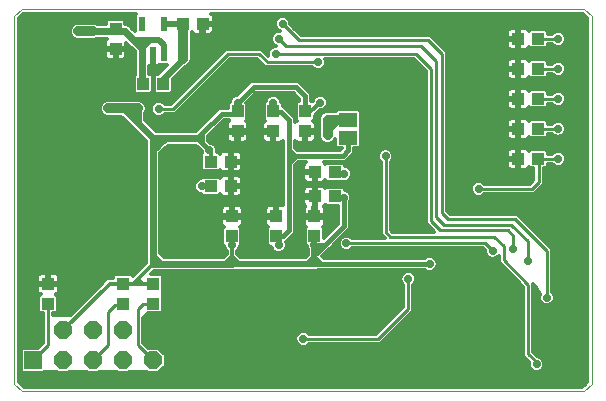
<source format=gbl>
G75*
%MOIN*%
%OFA0B0*%
%FSLAX25Y25*%
%IPPOS*%
%LPD*%
%AMOC8*
5,1,8,0,0,1.08239X$1,22.5*
%
%ADD10C,0.00000*%
%ADD11R,0.04331X0.03937*%
%ADD12R,0.03937X0.04331*%
%ADD13R,0.02165X0.04724*%
%ADD14R,0.06300X0.04600*%
%ADD15C,0.01200*%
%ADD16C,0.03562*%
%ADD17C,0.02775*%
%ADD18OC8,0.05906*%
%ADD19C,0.02000*%
%ADD20C,0.02400*%
%ADD21C,0.01600*%
%ADD22C,0.01400*%
%ADD23C,0.03200*%
%ADD24C,0.03169*%
%ADD25C,0.01000*%
%ADD26R,0.05906X0.05906*%
D10*
X0007850Y0004100D02*
X0005350Y0006600D01*
X0005350Y0129100D01*
X0007850Y0131600D01*
X0195350Y0131600D01*
X0197850Y0129100D01*
X0197850Y0006600D01*
X0195350Y0004100D01*
X0007850Y0004100D01*
D11*
X0016600Y0033254D03*
X0016600Y0039946D03*
X0041600Y0039946D03*
X0041600Y0033254D03*
X0051600Y0033254D03*
X0051600Y0039946D03*
X0070754Y0072538D03*
X0077446Y0072538D03*
X0077446Y0080663D03*
X0070754Y0080663D03*
X0105441Y0077225D03*
X0112134Y0077225D03*
X0112134Y0069100D03*
X0105441Y0069100D03*
X0173254Y0081600D03*
X0179946Y0081600D03*
X0179946Y0091600D03*
X0173254Y0091600D03*
X0173254Y0101600D03*
X0179946Y0101600D03*
X0179946Y0111600D03*
X0173254Y0111600D03*
X0173254Y0121600D03*
X0179946Y0121600D03*
X0068071Y0126600D03*
X0061379Y0126600D03*
D12*
X0039100Y0124946D03*
X0039100Y0118254D03*
X0048254Y0106600D03*
X0054946Y0106600D03*
X0079725Y0097446D03*
X0079725Y0090754D03*
X0091600Y0090754D03*
X0091600Y0097446D03*
X0102225Y0097446D03*
X0102225Y0090754D03*
X0105350Y0062446D03*
X0105350Y0055754D03*
X0092537Y0055754D03*
X0092537Y0062446D03*
X0077850Y0062446D03*
X0077850Y0055754D03*
D13*
X0055340Y0116482D03*
X0051600Y0116482D03*
X0047860Y0116482D03*
X0047860Y0126718D03*
X0055340Y0126718D03*
D14*
X0116600Y0094600D03*
X0116600Y0088600D03*
D15*
X0112250Y0088192D02*
X0112250Y0085803D01*
X0112953Y0085100D01*
X0114459Y0085100D01*
X0113897Y0084537D01*
X0099616Y0084537D01*
X0098912Y0085241D01*
X0098912Y0087716D01*
X0098976Y0087606D01*
X0099274Y0087308D01*
X0099639Y0087097D01*
X0100046Y0086988D01*
X0101841Y0086988D01*
X0101841Y0090369D01*
X0102609Y0090369D01*
X0102609Y0086988D01*
X0104404Y0086988D01*
X0104811Y0087097D01*
X0105176Y0087308D01*
X0105474Y0087606D01*
X0105684Y0087971D01*
X0105793Y0088378D01*
X0105793Y0090369D01*
X0102609Y0090369D01*
X0102609Y0091138D01*
X0105793Y0091138D01*
X0105793Y0093130D01*
X0105684Y0093536D01*
X0105474Y0093901D01*
X0105176Y0094199D01*
X0104943Y0094334D01*
X0105393Y0094784D01*
X0105393Y0095973D01*
X0107183Y0097763D01*
X0107740Y0097763D01*
X0108691Y0098157D01*
X0109418Y0098884D01*
X0109812Y0099835D01*
X0109812Y0100865D01*
X0109418Y0101816D01*
X0108691Y0102543D01*
X0107740Y0102937D01*
X0106710Y0102937D01*
X0105759Y0102543D01*
X0105032Y0101816D01*
X0104638Y0100865D01*
X0104638Y0100812D01*
X0104225Y0100812D01*
X0104225Y0103366D01*
X0103053Y0104537D01*
X0099928Y0107662D01*
X0084209Y0107662D01*
X0083038Y0106491D01*
X0079484Y0102937D01*
X0079210Y0102937D01*
X0078259Y0102543D01*
X0077532Y0101816D01*
X0077138Y0100865D01*
X0077138Y0100690D01*
X0076556Y0100109D01*
X0076556Y0098618D01*
X0073584Y0098618D01*
X0072413Y0097446D01*
X0067169Y0092203D01*
X0065997Y0091031D01*
X0065841Y0090875D01*
X0052594Y0090875D01*
X0049000Y0094469D01*
X0049000Y0096952D01*
X0049400Y0097918D01*
X0049400Y0099032D01*
X0048974Y0100061D01*
X0048186Y0100849D01*
X0047157Y0101275D01*
X0036043Y0101275D01*
X0035014Y0100849D01*
X0034226Y0100061D01*
X0033800Y0099032D01*
X0033800Y0097918D01*
X0034226Y0096889D01*
X0035014Y0096101D01*
X0036043Y0095675D01*
X0041006Y0095675D01*
X0042222Y0094459D01*
X0042897Y0093784D01*
X0044565Y0092116D01*
X0045241Y0091440D01*
X0049200Y0087481D01*
X0049200Y0046887D01*
X0045813Y0043500D01*
X0044845Y0042532D01*
X0044262Y0043115D01*
X0038938Y0043115D01*
X0038235Y0042412D01*
X0038235Y0041846D01*
X0036347Y0041846D01*
X0024075Y0029575D01*
X0018300Y0029575D01*
X0018300Y0030085D01*
X0019262Y0030085D01*
X0019965Y0030788D01*
X0019965Y0035719D01*
X0019262Y0036422D01*
X0019141Y0036422D01*
X0019383Y0036487D01*
X0019748Y0036698D01*
X0020046Y0036996D01*
X0020256Y0037360D01*
X0020365Y0037767D01*
X0020365Y0039562D01*
X0016984Y0039562D01*
X0016984Y0040331D01*
X0016216Y0040331D01*
X0016216Y0043515D01*
X0014224Y0043515D01*
X0013817Y0043406D01*
X0013452Y0043195D01*
X0013154Y0042897D01*
X0012944Y0042533D01*
X0012835Y0042126D01*
X0012835Y0040331D01*
X0016216Y0040331D01*
X0016216Y0039562D01*
X0012835Y0039562D01*
X0012835Y0037767D01*
X0012944Y0037360D01*
X0013154Y0036996D01*
X0013452Y0036698D01*
X0013817Y0036487D01*
X0014059Y0036422D01*
X0013938Y0036422D01*
X0013235Y0035719D01*
X0013235Y0030788D01*
X0013938Y0030085D01*
X0014900Y0030085D01*
X0014900Y0020117D01*
X0013349Y0018565D01*
X0008150Y0018565D01*
X0007447Y0017862D01*
X0007447Y0010963D01*
X0008150Y0010260D01*
X0015050Y0010260D01*
X0015290Y0010500D01*
X0019640Y0010500D01*
X0019880Y0010260D01*
X0023320Y0010260D01*
X0023560Y0010500D01*
X0029640Y0010500D01*
X0029880Y0010260D01*
X0033320Y0010260D01*
X0033560Y0010500D01*
X0039640Y0010500D01*
X0039880Y0010260D01*
X0043320Y0010260D01*
X0043560Y0010500D01*
X0049640Y0010500D01*
X0049880Y0010260D01*
X0053320Y0010260D01*
X0055753Y0012692D01*
X0055753Y0016133D01*
X0053320Y0018565D01*
X0049880Y0018565D01*
X0049866Y0018551D01*
X0048300Y0020117D01*
X0048300Y0028619D01*
X0049766Y0030085D01*
X0054262Y0030085D01*
X0054965Y0030788D01*
X0054965Y0035719D01*
X0054887Y0035797D01*
X0054887Y0037403D01*
X0054965Y0037481D01*
X0054965Y0042412D01*
X0054262Y0043115D01*
X0050802Y0043115D01*
X0051887Y0044200D01*
X0078327Y0044200D01*
X0078810Y0044400D01*
X0106261Y0044400D01*
X0106461Y0044600D01*
X0142128Y0044600D01*
X0142322Y0044407D01*
X0143273Y0044013D01*
X0144302Y0044013D01*
X0145253Y0044407D01*
X0145981Y0045134D01*
X0146375Y0046085D01*
X0146375Y0047115D01*
X0145981Y0048066D01*
X0145253Y0048793D01*
X0144302Y0049187D01*
X0143273Y0049187D01*
X0142322Y0048793D01*
X0142128Y0048600D01*
X0108396Y0048600D01*
X0107881Y0049115D01*
X0109537Y0050772D01*
X0110787Y0052022D01*
X0115866Y0057100D01*
X0117037Y0058272D01*
X0117037Y0067067D01*
X0117231Y0067260D01*
X0117625Y0068211D01*
X0117625Y0069241D01*
X0117231Y0070192D01*
X0116503Y0070919D01*
X0115552Y0071313D01*
X0115499Y0071313D01*
X0115499Y0071566D01*
X0114796Y0072268D01*
X0109472Y0072268D01*
X0109021Y0071818D01*
X0108887Y0072051D01*
X0108589Y0072349D01*
X0108224Y0072559D01*
X0107817Y0072668D01*
X0105825Y0072668D01*
X0105825Y0069484D01*
X0105057Y0069484D01*
X0105057Y0068716D01*
X0101676Y0068716D01*
X0101676Y0066921D01*
X0101785Y0066514D01*
X0101995Y0066149D01*
X0102293Y0065851D01*
X0102334Y0065827D01*
X0102101Y0065594D01*
X0101891Y0065229D01*
X0101781Y0064822D01*
X0101781Y0062831D01*
X0104966Y0062831D01*
X0104966Y0065531D01*
X0105057Y0065531D01*
X0105057Y0068716D01*
X0105825Y0068716D01*
X0105825Y0066212D01*
X0105734Y0066212D01*
X0105734Y0062831D01*
X0104966Y0062831D01*
X0104966Y0062062D01*
X0101781Y0062062D01*
X0101781Y0060070D01*
X0101891Y0059664D01*
X0102101Y0059299D01*
X0102399Y0059001D01*
X0102632Y0058866D01*
X0102181Y0058416D01*
X0102181Y0053091D01*
X0102763Y0052510D01*
X0102763Y0052335D01*
X0103150Y0051400D01*
X0103150Y0049446D01*
X0102504Y0048800D01*
X0080504Y0048800D01*
X0079650Y0049776D01*
X0079650Y0050991D01*
X0080043Y0051384D01*
X0080437Y0052335D01*
X0080437Y0052510D01*
X0081018Y0053091D01*
X0081018Y0058416D01*
X0080568Y0058866D01*
X0080801Y0059001D01*
X0081099Y0059299D01*
X0081309Y0059664D01*
X0081418Y0060070D01*
X0081418Y0062062D01*
X0078234Y0062062D01*
X0078234Y0062831D01*
X0077466Y0062831D01*
X0077466Y0066212D01*
X0075671Y0066212D01*
X0075264Y0066103D01*
X0074899Y0065892D01*
X0074601Y0065594D01*
X0074391Y0065229D01*
X0074281Y0064822D01*
X0074281Y0062831D01*
X0077466Y0062831D01*
X0077466Y0062062D01*
X0074281Y0062062D01*
X0074281Y0060070D01*
X0074391Y0059664D01*
X0074601Y0059299D01*
X0074899Y0059001D01*
X0075132Y0058866D01*
X0074681Y0058416D01*
X0074681Y0053091D01*
X0075263Y0052510D01*
X0075263Y0052335D01*
X0075657Y0051384D01*
X0076050Y0050991D01*
X0076050Y0049846D01*
X0075204Y0049000D01*
X0055094Y0049000D01*
X0054000Y0050094D01*
X0054000Y0083418D01*
X0056657Y0086075D01*
X0065841Y0086075D01*
X0065997Y0085919D01*
X0067169Y0084747D01*
X0067710Y0084207D01*
X0067710Y0083933D01*
X0067851Y0083591D01*
X0067388Y0083128D01*
X0067388Y0078197D01*
X0068091Y0077494D01*
X0073416Y0077494D01*
X0073866Y0077944D01*
X0074001Y0077712D01*
X0074299Y0077414D01*
X0074664Y0077203D01*
X0075070Y0077094D01*
X0077062Y0077094D01*
X0077062Y0080278D01*
X0077831Y0080278D01*
X0077831Y0081047D01*
X0081212Y0081047D01*
X0081212Y0082842D01*
X0081103Y0083249D01*
X0080892Y0083613D01*
X0080594Y0083911D01*
X0080229Y0084122D01*
X0079822Y0084231D01*
X0077831Y0084231D01*
X0077831Y0081047D01*
X0077062Y0081047D01*
X0077062Y0084231D01*
X0075070Y0084231D01*
X0074664Y0084122D01*
X0074299Y0083911D01*
X0074001Y0083613D01*
X0073866Y0083381D01*
X0073416Y0083831D01*
X0072842Y0083831D01*
X0072885Y0083933D01*
X0072885Y0084962D01*
X0072491Y0085913D01*
X0071763Y0086641D01*
X0070812Y0087035D01*
X0070538Y0087035D01*
X0069997Y0087576D01*
X0069997Y0089374D01*
X0075241Y0094618D01*
X0076723Y0094618D01*
X0077007Y0094334D01*
X0076774Y0094199D01*
X0076476Y0093901D01*
X0076266Y0093536D01*
X0076156Y0093130D01*
X0076156Y0091138D01*
X0079341Y0091138D01*
X0079341Y0090369D01*
X0080109Y0090369D01*
X0080109Y0086988D01*
X0081904Y0086988D01*
X0082311Y0087097D01*
X0082676Y0087308D01*
X0082974Y0087606D01*
X0083184Y0087971D01*
X0083293Y0088378D01*
X0083293Y0090369D01*
X0080109Y0090369D01*
X0080109Y0091138D01*
X0083293Y0091138D01*
X0083293Y0093130D01*
X0083184Y0093536D01*
X0082974Y0093901D01*
X0082676Y0094199D01*
X0082443Y0094334D01*
X0082893Y0094784D01*
X0082893Y0100109D01*
X0082603Y0100399D01*
X0085866Y0103662D01*
X0098272Y0103662D01*
X0100225Y0101709D01*
X0100225Y0100812D01*
X0099759Y0100812D01*
X0099056Y0100109D01*
X0099056Y0094784D01*
X0099507Y0094334D01*
X0099274Y0094199D01*
X0098976Y0093901D01*
X0098912Y0093791D01*
X0098912Y0095241D01*
X0096100Y0098053D01*
X0094928Y0099225D01*
X0094768Y0099225D01*
X0094768Y0100109D01*
X0094187Y0100690D01*
X0094187Y0100865D01*
X0093793Y0101816D01*
X0093066Y0102543D01*
X0092115Y0102937D01*
X0091085Y0102937D01*
X0090134Y0102543D01*
X0089407Y0101816D01*
X0089013Y0100865D01*
X0089013Y0100690D01*
X0088431Y0100109D01*
X0088431Y0094784D01*
X0088882Y0094334D01*
X0088649Y0094199D01*
X0088351Y0093901D01*
X0088141Y0093536D01*
X0088031Y0093130D01*
X0088031Y0091138D01*
X0091216Y0091138D01*
X0091216Y0090369D01*
X0091984Y0090369D01*
X0091984Y0086988D01*
X0093779Y0086988D01*
X0094186Y0087097D01*
X0094551Y0087308D01*
X0094849Y0087606D01*
X0094912Y0087716D01*
X0094912Y0066159D01*
X0094717Y0066212D01*
X0092922Y0066212D01*
X0092922Y0062831D01*
X0092153Y0062831D01*
X0092153Y0066212D01*
X0090358Y0066212D01*
X0089951Y0066103D01*
X0089587Y0065892D01*
X0089289Y0065594D01*
X0089078Y0065229D01*
X0088969Y0064822D01*
X0088969Y0062831D01*
X0092153Y0062831D01*
X0092153Y0062062D01*
X0088969Y0062062D01*
X0088969Y0060070D01*
X0089078Y0059664D01*
X0089289Y0059299D01*
X0089587Y0059001D01*
X0089819Y0058866D01*
X0089369Y0058416D01*
X0089369Y0053091D01*
X0090072Y0052388D01*
X0090888Y0052388D01*
X0090888Y0052335D01*
X0091282Y0051384D01*
X0092009Y0050657D01*
X0092960Y0050263D01*
X0093990Y0050263D01*
X0094941Y0050657D01*
X0095668Y0051384D01*
X0096062Y0052335D01*
X0096062Y0053365D01*
X0095826Y0053935D01*
X0098912Y0057022D01*
X0098912Y0079522D01*
X0099616Y0080225D01*
X0099928Y0080538D01*
X0102404Y0080538D01*
X0102293Y0080474D01*
X0101995Y0080176D01*
X0101785Y0079811D01*
X0101676Y0079404D01*
X0101676Y0077609D01*
X0105057Y0077609D01*
X0105057Y0076841D01*
X0101676Y0076841D01*
X0101676Y0075046D01*
X0101785Y0074639D01*
X0101995Y0074274D01*
X0102293Y0073976D01*
X0102658Y0073766D01*
X0103065Y0073656D01*
X0105057Y0073656D01*
X0105057Y0076841D01*
X0105825Y0076841D01*
X0105825Y0073656D01*
X0107817Y0073656D01*
X0108224Y0073766D01*
X0108589Y0073976D01*
X0108887Y0074274D01*
X0109021Y0074507D01*
X0109472Y0074056D01*
X0114729Y0074056D01*
X0114835Y0074013D01*
X0115865Y0074013D01*
X0116816Y0074407D01*
X0117543Y0075134D01*
X0117937Y0076085D01*
X0117937Y0077115D01*
X0117543Y0078066D01*
X0116816Y0078793D01*
X0115865Y0079187D01*
X0115499Y0079187D01*
X0115499Y0079691D01*
X0114796Y0080393D01*
X0109472Y0080393D01*
X0109021Y0079943D01*
X0108887Y0080176D01*
X0108589Y0080474D01*
X0108478Y0080538D01*
X0115553Y0080538D01*
X0116725Y0081709D01*
X0118600Y0083584D01*
X0118600Y0085100D01*
X0120247Y0085100D01*
X0120950Y0085803D01*
X0120950Y0091397D01*
X0120747Y0091600D01*
X0120950Y0091803D01*
X0120950Y0097397D01*
X0120247Y0098100D01*
X0112953Y0098100D01*
X0112378Y0097525D01*
X0109168Y0097525D01*
X0108139Y0097099D01*
X0107351Y0096311D01*
X0106925Y0095282D01*
X0106925Y0088856D01*
X0107351Y0087826D01*
X0108139Y0087039D01*
X0109168Y0086612D01*
X0110282Y0086612D01*
X0111311Y0087039D01*
X0112099Y0087826D01*
X0112250Y0088192D01*
X0112250Y0087893D02*
X0112126Y0087893D01*
X0112250Y0086694D02*
X0110479Y0086694D01*
X0108971Y0086694D02*
X0098912Y0086694D01*
X0098912Y0085496D02*
X0112557Y0085496D01*
X0116916Y0081900D02*
X0126550Y0081900D01*
X0126513Y0081991D02*
X0126907Y0081040D01*
X0127400Y0080546D01*
X0127400Y0056521D01*
X0128396Y0055525D01*
X0128746Y0055175D01*
X0117934Y0055175D01*
X0117441Y0055668D01*
X0116490Y0056062D01*
X0115460Y0056062D01*
X0114509Y0055668D01*
X0113782Y0054941D01*
X0113388Y0053990D01*
X0113388Y0052960D01*
X0113782Y0052009D01*
X0114509Y0051282D01*
X0115460Y0050888D01*
X0116490Y0050888D01*
X0117441Y0051282D01*
X0117934Y0051775D01*
X0161521Y0051775D01*
X0162138Y0051158D01*
X0162138Y0050460D01*
X0162532Y0049509D01*
X0163259Y0048782D01*
X0164210Y0048388D01*
X0165240Y0048388D01*
X0166191Y0048782D01*
X0166775Y0049366D01*
X0166775Y0047146D01*
X0167771Y0046150D01*
X0174900Y0039021D01*
X0174900Y0015896D01*
X0175896Y0014900D01*
X0176911Y0013885D01*
X0176825Y0013677D01*
X0176825Y0012648D01*
X0177219Y0011697D01*
X0177947Y0010969D01*
X0178898Y0010575D01*
X0179927Y0010575D01*
X0180878Y0010969D01*
X0181606Y0011697D01*
X0182000Y0012648D01*
X0182000Y0013677D01*
X0181606Y0014628D01*
X0180878Y0015356D01*
X0179927Y0015750D01*
X0179854Y0015750D01*
X0178300Y0017304D01*
X0178300Y0039990D01*
X0180597Y0036672D01*
X0180263Y0035865D01*
X0180263Y0034835D01*
X0180657Y0033884D01*
X0181384Y0033157D01*
X0182335Y0032763D01*
X0183365Y0032763D01*
X0184316Y0033157D01*
X0185043Y0033884D01*
X0185437Y0034835D01*
X0185437Y0035865D01*
X0185043Y0036816D01*
X0184550Y0037309D01*
X0184550Y0051679D01*
X0172929Y0063300D01*
X0150429Y0063300D01*
X0149550Y0064179D01*
X0149550Y0117304D01*
X0144862Y0121992D01*
X0143867Y0122987D01*
X0100742Y0122987D01*
X0097312Y0126417D01*
X0097312Y0127115D01*
X0096918Y0128066D01*
X0096191Y0128793D01*
X0095240Y0129187D01*
X0094210Y0129187D01*
X0093259Y0128793D01*
X0092532Y0128066D01*
X0092138Y0127115D01*
X0092138Y0126085D01*
X0092532Y0125134D01*
X0093259Y0124407D01*
X0093788Y0124187D01*
X0092960Y0124187D01*
X0092009Y0123793D01*
X0091282Y0123066D01*
X0090888Y0122115D01*
X0090888Y0121085D01*
X0091282Y0120134D01*
X0092009Y0119407D01*
X0092538Y0119187D01*
X0092023Y0119187D01*
X0091072Y0118793D01*
X0090344Y0118066D01*
X0089950Y0117115D01*
X0089950Y0116085D01*
X0090034Y0115883D01*
X0088612Y0117304D01*
X0087617Y0118300D01*
X0075896Y0118300D01*
X0074900Y0117304D01*
X0057549Y0099954D01*
X0055434Y0099954D01*
X0054941Y0100447D01*
X0053990Y0100841D01*
X0052960Y0100841D01*
X0052009Y0100447D01*
X0051282Y0099719D01*
X0050888Y0098768D01*
X0050888Y0097739D01*
X0051282Y0096788D01*
X0052009Y0096060D01*
X0052960Y0095666D01*
X0053990Y0095666D01*
X0054941Y0096060D01*
X0055434Y0096554D01*
X0058958Y0096554D01*
X0077304Y0114900D01*
X0086208Y0114900D01*
X0089021Y0112087D01*
X0104641Y0112087D01*
X0105134Y0111594D01*
X0106085Y0111200D01*
X0107115Y0111200D01*
X0108066Y0111594D01*
X0108793Y0112322D01*
X0109187Y0113273D01*
X0109187Y0114302D01*
X0108940Y0114900D01*
X0138396Y0114900D01*
X0142400Y0110896D01*
X0142400Y0060271D01*
X0145308Y0057362D01*
X0131367Y0057362D01*
X0130800Y0057929D01*
X0130800Y0080546D01*
X0131293Y0081040D01*
X0131687Y0081991D01*
X0131687Y0083020D01*
X0131293Y0083971D01*
X0130566Y0084699D01*
X0129615Y0085093D01*
X0128585Y0085093D01*
X0127634Y0084699D01*
X0126907Y0083971D01*
X0126513Y0083020D01*
X0126513Y0081991D01*
X0126545Y0083099D02*
X0118115Y0083099D01*
X0118600Y0084297D02*
X0127233Y0084297D01*
X0127245Y0080702D02*
X0115718Y0080702D01*
X0115499Y0079503D02*
X0127400Y0079503D01*
X0127400Y0078305D02*
X0117304Y0078305D01*
X0117937Y0077106D02*
X0127400Y0077106D01*
X0127400Y0075908D02*
X0117864Y0075908D01*
X0117118Y0074709D02*
X0127400Y0074709D01*
X0127400Y0073511D02*
X0098912Y0073511D01*
X0098912Y0074709D02*
X0101766Y0074709D01*
X0101676Y0075908D02*
X0098912Y0075908D01*
X0098912Y0077106D02*
X0105057Y0077106D01*
X0105057Y0075908D02*
X0105825Y0075908D01*
X0105825Y0074709D02*
X0105057Y0074709D01*
X0105057Y0072668D02*
X0103065Y0072668D01*
X0102658Y0072559D01*
X0102293Y0072349D01*
X0101995Y0072051D01*
X0101785Y0071686D01*
X0101676Y0071279D01*
X0101676Y0069484D01*
X0105057Y0069484D01*
X0105057Y0072668D01*
X0105057Y0072312D02*
X0105825Y0072312D01*
X0105825Y0071114D02*
X0105057Y0071114D01*
X0105057Y0069915D02*
X0105825Y0069915D01*
X0105057Y0068717D02*
X0098912Y0068717D01*
X0098912Y0069915D02*
X0101676Y0069915D01*
X0101676Y0071114D02*
X0098912Y0071114D01*
X0098912Y0072312D02*
X0102257Y0072312D01*
X0108625Y0072312D02*
X0127400Y0072312D01*
X0127400Y0071114D02*
X0116034Y0071114D01*
X0117346Y0069915D02*
X0127400Y0069915D01*
X0127400Y0068717D02*
X0117625Y0068717D01*
X0117338Y0067518D02*
X0127400Y0067518D01*
X0127400Y0066320D02*
X0117037Y0066320D01*
X0117037Y0065121D02*
X0127400Y0065121D01*
X0127400Y0063923D02*
X0117037Y0063923D01*
X0117037Y0062724D02*
X0127400Y0062724D01*
X0127400Y0061526D02*
X0117037Y0061526D01*
X0117037Y0060327D02*
X0127400Y0060327D01*
X0127400Y0059129D02*
X0117037Y0059129D01*
X0116696Y0057930D02*
X0127400Y0057930D01*
X0127400Y0056732D02*
X0115497Y0056732D01*
X0114374Y0055533D02*
X0114299Y0055533D01*
X0113530Y0054334D02*
X0113100Y0054334D01*
X0113388Y0053136D02*
X0111902Y0053136D01*
X0110703Y0051937D02*
X0113853Y0051937D01*
X0109505Y0050739D02*
X0162138Y0050739D01*
X0162519Y0049540D02*
X0108306Y0049540D01*
X0106108Y0048342D02*
X0104592Y0048342D01*
X0105350Y0049100D02*
X0102850Y0046600D01*
X0107850Y0046600D01*
X0105350Y0049100D01*
X0103150Y0049540D02*
X0079856Y0049540D01*
X0079650Y0050739D02*
X0091927Y0050739D01*
X0091052Y0051937D02*
X0080273Y0051937D01*
X0081018Y0053136D02*
X0089369Y0053136D01*
X0089369Y0054334D02*
X0081018Y0054334D01*
X0081018Y0055533D02*
X0089369Y0055533D01*
X0089369Y0056732D02*
X0081018Y0056732D01*
X0081018Y0057930D02*
X0089369Y0057930D01*
X0089459Y0059129D02*
X0080929Y0059129D01*
X0081418Y0060327D02*
X0088969Y0060327D01*
X0088969Y0061526D02*
X0081418Y0061526D01*
X0081418Y0062831D02*
X0081418Y0064822D01*
X0081309Y0065229D01*
X0081099Y0065594D01*
X0080801Y0065892D01*
X0080436Y0066103D01*
X0080029Y0066212D01*
X0078234Y0066212D01*
X0078234Y0062831D01*
X0081418Y0062831D01*
X0081418Y0063923D02*
X0088969Y0063923D01*
X0089049Y0065121D02*
X0081338Y0065121D01*
X0078234Y0065121D02*
X0077466Y0065121D01*
X0077466Y0063923D02*
X0078234Y0063923D01*
X0078234Y0062724D02*
X0092153Y0062724D01*
X0092153Y0063923D02*
X0092922Y0063923D01*
X0092922Y0065121D02*
X0092153Y0065121D01*
X0094912Y0066320D02*
X0054000Y0066320D01*
X0054000Y0067518D02*
X0094912Y0067518D01*
X0094912Y0068717D02*
X0054000Y0068717D01*
X0054000Y0069915D02*
X0067545Y0069915D01*
X0067510Y0069950D02*
X0068091Y0069369D01*
X0073416Y0069369D01*
X0073866Y0069819D01*
X0074001Y0069587D01*
X0074299Y0069289D01*
X0074664Y0069078D01*
X0075070Y0068969D01*
X0077062Y0068969D01*
X0077062Y0072153D01*
X0077831Y0072153D01*
X0077831Y0072922D01*
X0081212Y0072922D01*
X0081212Y0074717D01*
X0081103Y0075124D01*
X0080892Y0075488D01*
X0080594Y0075786D01*
X0080229Y0075997D01*
X0079822Y0076106D01*
X0077831Y0076106D01*
X0077831Y0072922D01*
X0077062Y0072922D01*
X0077062Y0076106D01*
X0075070Y0076106D01*
X0074664Y0075997D01*
X0074299Y0075786D01*
X0074001Y0075488D01*
X0073866Y0075256D01*
X0073416Y0075706D01*
X0068091Y0075706D01*
X0067510Y0075125D01*
X0067335Y0075125D01*
X0066384Y0074731D01*
X0065657Y0074003D01*
X0065263Y0073052D01*
X0065263Y0072023D01*
X0065657Y0071072D01*
X0066384Y0070344D01*
X0067335Y0069950D01*
X0067510Y0069950D01*
X0065639Y0071114D02*
X0054000Y0071114D01*
X0054000Y0072312D02*
X0065263Y0072312D01*
X0065453Y0073511D02*
X0054000Y0073511D01*
X0054000Y0074709D02*
X0066363Y0074709D01*
X0067850Y0072538D02*
X0070754Y0072538D01*
X0074509Y0075908D02*
X0054000Y0075908D01*
X0054000Y0077106D02*
X0075025Y0077106D01*
X0077062Y0077106D02*
X0077831Y0077106D01*
X0077831Y0077094D02*
X0079822Y0077094D01*
X0080229Y0077203D01*
X0080594Y0077414D01*
X0080892Y0077712D01*
X0081103Y0078076D01*
X0081212Y0078483D01*
X0081212Y0080278D01*
X0077831Y0080278D01*
X0077831Y0077094D01*
X0077831Y0075908D02*
X0077062Y0075908D01*
X0077062Y0074709D02*
X0077831Y0074709D01*
X0077831Y0073511D02*
X0077062Y0073511D01*
X0077831Y0072312D02*
X0094912Y0072312D01*
X0094912Y0071114D02*
X0081212Y0071114D01*
X0081212Y0070358D02*
X0081212Y0072153D01*
X0077831Y0072153D01*
X0077831Y0068969D01*
X0079822Y0068969D01*
X0080229Y0069078D01*
X0080594Y0069289D01*
X0080892Y0069587D01*
X0081103Y0069951D01*
X0081212Y0070358D01*
X0081082Y0069915D02*
X0094912Y0069915D01*
X0098912Y0067518D02*
X0101676Y0067518D01*
X0101897Y0066320D02*
X0098912Y0066320D01*
X0098912Y0065121D02*
X0101862Y0065121D01*
X0101781Y0063923D02*
X0098912Y0063923D01*
X0098912Y0062724D02*
X0104966Y0062724D01*
X0105734Y0062724D02*
X0113037Y0062724D01*
X0113037Y0061526D02*
X0108918Y0061526D01*
X0108918Y0062062D02*
X0105734Y0062062D01*
X0105734Y0062831D01*
X0108918Y0062831D01*
X0108918Y0064822D01*
X0108809Y0065229D01*
X0108599Y0065594D01*
X0108432Y0065761D01*
X0108589Y0065851D01*
X0108887Y0066149D01*
X0109021Y0066382D01*
X0109472Y0065931D01*
X0113037Y0065931D01*
X0113037Y0059928D01*
X0108518Y0055409D01*
X0108518Y0058416D01*
X0108068Y0058866D01*
X0108301Y0059001D01*
X0108599Y0059299D01*
X0108809Y0059664D01*
X0108918Y0060070D01*
X0108918Y0062062D01*
X0108918Y0060327D02*
X0113037Y0060327D01*
X0112238Y0059129D02*
X0108429Y0059129D01*
X0108518Y0057930D02*
X0111039Y0057930D01*
X0109841Y0056732D02*
X0108518Y0056732D01*
X0108518Y0055533D02*
X0108642Y0055533D01*
X0105350Y0055754D02*
X0105350Y0052850D01*
X0102927Y0051937D02*
X0095898Y0051937D01*
X0096062Y0053136D02*
X0102181Y0053136D01*
X0102181Y0054334D02*
X0096225Y0054334D01*
X0097424Y0055533D02*
X0102181Y0055533D01*
X0102181Y0056732D02*
X0098622Y0056732D01*
X0098912Y0057930D02*
X0102181Y0057930D01*
X0102271Y0059129D02*
X0098912Y0059129D01*
X0098912Y0060327D02*
X0101781Y0060327D01*
X0101781Y0061526D02*
X0098912Y0061526D01*
X0104966Y0063923D02*
X0105734Y0063923D01*
X0105734Y0065121D02*
X0104966Y0065121D01*
X0105057Y0066320D02*
X0105825Y0066320D01*
X0105825Y0067518D02*
X0105057Y0067518D01*
X0108985Y0066320D02*
X0109083Y0066320D01*
X0108838Y0065121D02*
X0113037Y0065121D01*
X0113037Y0063923D02*
X0108918Y0063923D01*
X0117576Y0055533D02*
X0128388Y0055533D01*
X0130800Y0057930D02*
X0144741Y0057930D01*
X0143542Y0059129D02*
X0130800Y0059129D01*
X0130800Y0060327D02*
X0142400Y0060327D01*
X0142400Y0061526D02*
X0130800Y0061526D01*
X0130800Y0062724D02*
X0142400Y0062724D01*
X0142400Y0063923D02*
X0130800Y0063923D01*
X0130800Y0065121D02*
X0142400Y0065121D01*
X0142400Y0066320D02*
X0130800Y0066320D01*
X0130800Y0067518D02*
X0142400Y0067518D01*
X0142400Y0068717D02*
X0130800Y0068717D01*
X0130800Y0069915D02*
X0142400Y0069915D01*
X0142400Y0071114D02*
X0130800Y0071114D01*
X0130800Y0072312D02*
X0142400Y0072312D01*
X0142400Y0073511D02*
X0130800Y0073511D01*
X0130800Y0074709D02*
X0142400Y0074709D01*
X0142400Y0075908D02*
X0130800Y0075908D01*
X0130800Y0077106D02*
X0142400Y0077106D01*
X0142400Y0078305D02*
X0130800Y0078305D01*
X0130800Y0079503D02*
X0142400Y0079503D01*
X0142400Y0080702D02*
X0130955Y0080702D01*
X0131650Y0081900D02*
X0142400Y0081900D01*
X0142400Y0083099D02*
X0131655Y0083099D01*
X0130967Y0084297D02*
X0142400Y0084297D01*
X0142400Y0085496D02*
X0120643Y0085496D01*
X0120950Y0086694D02*
X0142400Y0086694D01*
X0142400Y0087893D02*
X0120950Y0087893D01*
X0120950Y0089091D02*
X0142400Y0089091D01*
X0142400Y0090290D02*
X0120950Y0090290D01*
X0120859Y0091488D02*
X0142400Y0091488D01*
X0142400Y0092687D02*
X0120950Y0092687D01*
X0120950Y0093885D02*
X0142400Y0093885D01*
X0142400Y0095084D02*
X0120950Y0095084D01*
X0120950Y0096282D02*
X0142400Y0096282D01*
X0142400Y0097481D02*
X0120866Y0097481D01*
X0109812Y0099878D02*
X0142400Y0099878D01*
X0142400Y0101076D02*
X0109725Y0101076D01*
X0108959Y0102275D02*
X0142400Y0102275D01*
X0142400Y0103473D02*
X0104117Y0103473D01*
X0104225Y0102275D02*
X0105491Y0102275D01*
X0104725Y0101076D02*
X0104225Y0101076D01*
X0107225Y0100350D02*
X0104321Y0097446D01*
X0102225Y0097446D01*
X0099056Y0097481D02*
X0096673Y0097481D01*
X0097871Y0096282D02*
X0099056Y0096282D01*
X0099056Y0095084D02*
X0098912Y0095084D01*
X0098912Y0093885D02*
X0098967Y0093885D01*
X0101841Y0090290D02*
X0102609Y0090290D01*
X0102609Y0089091D02*
X0101841Y0089091D01*
X0101841Y0087893D02*
X0102609Y0087893D01*
X0105640Y0087893D02*
X0107324Y0087893D01*
X0106925Y0089091D02*
X0105793Y0089091D01*
X0105793Y0090290D02*
X0106925Y0090290D01*
X0106925Y0091488D02*
X0105793Y0091488D01*
X0105793Y0092687D02*
X0106925Y0092687D01*
X0106925Y0093885D02*
X0105483Y0093885D01*
X0105393Y0095084D02*
X0106925Y0095084D01*
X0107339Y0096282D02*
X0105703Y0096282D01*
X0106901Y0097481D02*
X0109062Y0097481D01*
X0109214Y0098679D02*
X0142400Y0098679D01*
X0149550Y0098679D02*
X0169790Y0098679D01*
X0169808Y0098649D02*
X0170106Y0098351D01*
X0170471Y0098141D01*
X0170878Y0098031D01*
X0172869Y0098031D01*
X0172869Y0101216D01*
X0169488Y0101216D01*
X0169488Y0099421D01*
X0169597Y0099014D01*
X0169808Y0098649D01*
X0169488Y0099878D02*
X0149550Y0099878D01*
X0149550Y0101076D02*
X0169488Y0101076D01*
X0169488Y0101984D02*
X0172869Y0101984D01*
X0172869Y0101216D01*
X0173638Y0101216D01*
X0173638Y0098031D01*
X0175630Y0098031D01*
X0176036Y0098141D01*
X0176401Y0098351D01*
X0176699Y0098649D01*
X0176834Y0098882D01*
X0177284Y0098431D01*
X0182609Y0098431D01*
X0183312Y0099134D01*
X0183312Y0099900D01*
X0184641Y0099900D01*
X0185134Y0099407D01*
X0186085Y0099013D01*
X0187115Y0099013D01*
X0188066Y0099407D01*
X0188793Y0100134D01*
X0189187Y0101085D01*
X0189187Y0102115D01*
X0188793Y0103066D01*
X0188066Y0103793D01*
X0187115Y0104187D01*
X0186085Y0104187D01*
X0185134Y0103793D01*
X0184641Y0103300D01*
X0183312Y0103300D01*
X0183312Y0104066D01*
X0182609Y0104768D01*
X0177284Y0104768D01*
X0176834Y0104318D01*
X0176699Y0104551D01*
X0176401Y0104849D01*
X0176036Y0105059D01*
X0175630Y0105168D01*
X0173638Y0105168D01*
X0173638Y0101984D01*
X0172869Y0101984D01*
X0172869Y0105168D01*
X0170878Y0105168D01*
X0170471Y0105059D01*
X0170106Y0104849D01*
X0169808Y0104551D01*
X0169597Y0104186D01*
X0169488Y0103779D01*
X0169488Y0101984D01*
X0169488Y0102275D02*
X0149550Y0102275D01*
X0149550Y0103473D02*
X0169488Y0103473D01*
X0169929Y0104672D02*
X0149550Y0104672D01*
X0149550Y0105870D02*
X0196250Y0105870D01*
X0196250Y0104672D02*
X0182705Y0104672D01*
X0183312Y0103473D02*
X0184814Y0103473D01*
X0188386Y0103473D02*
X0196250Y0103473D01*
X0196250Y0102275D02*
X0189121Y0102275D01*
X0189184Y0101076D02*
X0196250Y0101076D01*
X0196250Y0099878D02*
X0188537Y0099878D01*
X0184663Y0099878D02*
X0183312Y0099878D01*
X0182857Y0098679D02*
X0196250Y0098679D01*
X0196250Y0097481D02*
X0149550Y0097481D01*
X0149550Y0096282D02*
X0196250Y0096282D01*
X0196250Y0095084D02*
X0175945Y0095084D01*
X0176036Y0095059D02*
X0175630Y0095168D01*
X0173638Y0095168D01*
X0173638Y0091984D01*
X0172869Y0091984D01*
X0172869Y0091216D01*
X0169488Y0091216D01*
X0169488Y0089421D01*
X0169597Y0089014D01*
X0169808Y0088649D01*
X0170106Y0088351D01*
X0170471Y0088141D01*
X0170878Y0088031D01*
X0172869Y0088031D01*
X0172869Y0091216D01*
X0173638Y0091216D01*
X0173638Y0088031D01*
X0175630Y0088031D01*
X0176036Y0088141D01*
X0176401Y0088351D01*
X0176699Y0088649D01*
X0176834Y0088882D01*
X0177284Y0088431D01*
X0182609Y0088431D01*
X0183312Y0089134D01*
X0183312Y0089900D01*
X0184641Y0089900D01*
X0185134Y0089407D01*
X0186085Y0089013D01*
X0187115Y0089013D01*
X0188066Y0089407D01*
X0188793Y0090134D01*
X0189187Y0091085D01*
X0189187Y0092115D01*
X0188793Y0093066D01*
X0188066Y0093793D01*
X0187115Y0094187D01*
X0186085Y0094187D01*
X0185134Y0093793D01*
X0184641Y0093300D01*
X0183312Y0093300D01*
X0183312Y0094066D01*
X0182609Y0094768D01*
X0177284Y0094768D01*
X0176834Y0094318D01*
X0176699Y0094551D01*
X0176401Y0094849D01*
X0176036Y0095059D01*
X0173638Y0095084D02*
X0172869Y0095084D01*
X0172869Y0095168D02*
X0170878Y0095168D01*
X0170471Y0095059D01*
X0170106Y0094849D01*
X0169808Y0094551D01*
X0169597Y0094186D01*
X0169488Y0093779D01*
X0169488Y0091984D01*
X0172869Y0091984D01*
X0172869Y0095168D01*
X0172869Y0093885D02*
X0173638Y0093885D01*
X0173638Y0092687D02*
X0172869Y0092687D01*
X0172869Y0091488D02*
X0149550Y0091488D01*
X0149550Y0090290D02*
X0169488Y0090290D01*
X0169576Y0089091D02*
X0149550Y0089091D01*
X0149550Y0087893D02*
X0196250Y0087893D01*
X0196250Y0089091D02*
X0187305Y0089091D01*
X0185895Y0089091D02*
X0183269Y0089091D01*
X0188858Y0090290D02*
X0196250Y0090290D01*
X0196250Y0091488D02*
X0189187Y0091488D01*
X0188950Y0092687D02*
X0196250Y0092687D01*
X0196250Y0093885D02*
X0187844Y0093885D01*
X0185356Y0093885D02*
X0183312Y0093885D01*
X0177036Y0098679D02*
X0176717Y0098679D01*
X0173638Y0098679D02*
X0172869Y0098679D01*
X0172869Y0099878D02*
X0173638Y0099878D01*
X0173638Y0101076D02*
X0172869Y0101076D01*
X0172869Y0102275D02*
X0173638Y0102275D01*
X0173638Y0103473D02*
X0172869Y0103473D01*
X0172869Y0104672D02*
X0173638Y0104672D01*
X0176578Y0104672D02*
X0177188Y0104672D01*
X0176036Y0108141D02*
X0176401Y0108351D01*
X0176699Y0108649D01*
X0176834Y0108882D01*
X0177284Y0108431D01*
X0182609Y0108431D01*
X0183312Y0109134D01*
X0183312Y0109900D01*
X0184641Y0109900D01*
X0185134Y0109407D01*
X0186085Y0109013D01*
X0187115Y0109013D01*
X0188066Y0109407D01*
X0188793Y0110134D01*
X0189187Y0111085D01*
X0189187Y0112115D01*
X0188793Y0113066D01*
X0188066Y0113793D01*
X0187115Y0114187D01*
X0186085Y0114187D01*
X0185134Y0113793D01*
X0184641Y0113300D01*
X0183312Y0113300D01*
X0183312Y0114066D01*
X0182609Y0114768D01*
X0177284Y0114768D01*
X0176834Y0114318D01*
X0176699Y0114551D01*
X0176401Y0114849D01*
X0176036Y0115059D01*
X0175630Y0115168D01*
X0173638Y0115168D01*
X0173638Y0111984D01*
X0172869Y0111984D01*
X0172869Y0111216D01*
X0169488Y0111216D01*
X0169488Y0109421D01*
X0169597Y0109014D01*
X0169808Y0108649D01*
X0170106Y0108351D01*
X0170471Y0108141D01*
X0170878Y0108031D01*
X0172869Y0108031D01*
X0172869Y0111216D01*
X0173638Y0111216D01*
X0173638Y0108031D01*
X0175630Y0108031D01*
X0176036Y0108141D01*
X0176256Y0108268D02*
X0196250Y0108268D01*
X0196250Y0109466D02*
X0188125Y0109466D01*
X0189013Y0110665D02*
X0196250Y0110665D01*
X0196250Y0111863D02*
X0189187Y0111863D01*
X0188795Y0113062D02*
X0196250Y0113062D01*
X0196250Y0114260D02*
X0183117Y0114260D01*
X0182609Y0118431D02*
X0177284Y0118431D01*
X0176834Y0118882D01*
X0176699Y0118649D01*
X0176401Y0118351D01*
X0176036Y0118141D01*
X0175630Y0118031D01*
X0173638Y0118031D01*
X0173638Y0121216D01*
X0172869Y0121216D01*
X0169488Y0121216D01*
X0169488Y0119421D01*
X0169597Y0119014D01*
X0169808Y0118649D01*
X0170106Y0118351D01*
X0170471Y0118141D01*
X0170878Y0118031D01*
X0172869Y0118031D01*
X0172869Y0121216D01*
X0172869Y0121984D01*
X0169488Y0121984D01*
X0169488Y0123779D01*
X0169597Y0124186D01*
X0169808Y0124551D01*
X0170106Y0124849D01*
X0170471Y0125059D01*
X0170878Y0125168D01*
X0172869Y0125168D01*
X0172869Y0121984D01*
X0173638Y0121984D01*
X0173638Y0125168D01*
X0175630Y0125168D01*
X0176036Y0125059D01*
X0176401Y0124849D01*
X0176699Y0124551D01*
X0176834Y0124318D01*
X0177284Y0124768D01*
X0182609Y0124768D01*
X0183312Y0124066D01*
X0183312Y0123300D01*
X0184641Y0123300D01*
X0185134Y0123793D01*
X0186085Y0124187D01*
X0187115Y0124187D01*
X0188066Y0123793D01*
X0188793Y0123066D01*
X0189187Y0122115D01*
X0189187Y0121085D01*
X0188793Y0120134D01*
X0188066Y0119407D01*
X0187115Y0119013D01*
X0186085Y0119013D01*
X0185134Y0119407D01*
X0184641Y0119900D01*
X0183312Y0119900D01*
X0183312Y0119134D01*
X0182609Y0118431D01*
X0183231Y0119054D02*
X0185985Y0119054D01*
X0187215Y0119054D02*
X0196250Y0119054D01*
X0196250Y0117856D02*
X0148999Y0117856D01*
X0149550Y0116657D02*
X0196250Y0116657D01*
X0196250Y0115459D02*
X0149550Y0115459D01*
X0149550Y0114260D02*
X0169640Y0114260D01*
X0169597Y0114186D02*
X0169488Y0113779D01*
X0169488Y0111984D01*
X0172869Y0111984D01*
X0172869Y0115168D01*
X0170878Y0115168D01*
X0170471Y0115059D01*
X0170106Y0114849D01*
X0169808Y0114551D01*
X0169597Y0114186D01*
X0169488Y0113062D02*
X0149550Y0113062D01*
X0149550Y0111863D02*
X0172869Y0111863D01*
X0172869Y0110665D02*
X0173638Y0110665D01*
X0173638Y0109466D02*
X0172869Y0109466D01*
X0172869Y0108268D02*
X0173638Y0108268D01*
X0170251Y0108268D02*
X0149550Y0108268D01*
X0149550Y0109466D02*
X0169488Y0109466D01*
X0169488Y0110665D02*
X0149550Y0110665D01*
X0149550Y0107069D02*
X0196250Y0107069D01*
X0185075Y0109466D02*
X0183312Y0109466D01*
X0173638Y0113062D02*
X0172869Y0113062D01*
X0172869Y0114260D02*
X0173638Y0114260D01*
X0173638Y0119054D02*
X0172869Y0119054D01*
X0172869Y0120253D02*
X0173638Y0120253D01*
X0172869Y0121451D02*
X0145403Y0121451D01*
X0146602Y0120253D02*
X0169488Y0120253D01*
X0169586Y0119054D02*
X0147800Y0119054D01*
X0144205Y0122650D02*
X0169488Y0122650D01*
X0169507Y0123848D02*
X0099881Y0123848D01*
X0098682Y0125047D02*
X0170448Y0125047D01*
X0172869Y0125047D02*
X0173638Y0125047D01*
X0173638Y0123848D02*
X0172869Y0123848D01*
X0172869Y0122650D02*
X0173638Y0122650D01*
X0176059Y0125047D02*
X0196250Y0125047D01*
X0196250Y0126245D02*
X0097484Y0126245D01*
X0097176Y0127444D02*
X0196250Y0127444D01*
X0196250Y0128437D02*
X0196250Y0007263D01*
X0194687Y0005700D01*
X0008513Y0005700D01*
X0006950Y0007263D01*
X0006950Y0128437D01*
X0008513Y0130000D01*
X0046000Y0130000D01*
X0045577Y0129577D01*
X0045577Y0124142D01*
X0043584Y0126135D01*
X0042702Y0126500D01*
X0042268Y0126500D01*
X0042268Y0127609D01*
X0041566Y0128312D01*
X0036634Y0128312D01*
X0035931Y0127609D01*
X0035931Y0126500D01*
X0033123Y0126500D01*
X0032157Y0126900D01*
X0026043Y0126900D01*
X0025014Y0126474D01*
X0024226Y0125686D01*
X0023800Y0124657D01*
X0023800Y0123543D01*
X0024226Y0122514D01*
X0025014Y0121726D01*
X0026043Y0121300D01*
X0032157Y0121300D01*
X0033123Y0121700D01*
X0036150Y0121700D01*
X0036149Y0121699D01*
X0035851Y0121401D01*
X0035641Y0121036D01*
X0035531Y0120630D01*
X0035531Y0118638D01*
X0038716Y0118638D01*
X0038716Y0117869D01*
X0039484Y0117869D01*
X0039484Y0114488D01*
X0041279Y0114488D01*
X0041686Y0114597D01*
X0042051Y0114808D01*
X0042349Y0115106D01*
X0042559Y0115471D01*
X0042668Y0115878D01*
X0042668Y0117869D01*
X0039484Y0117869D01*
X0039484Y0118638D01*
X0042668Y0118638D01*
X0042668Y0120262D01*
X0043991Y0118940D01*
X0045460Y0117471D01*
X0045460Y0109637D01*
X0045085Y0109262D01*
X0045085Y0103938D01*
X0045788Y0103235D01*
X0050719Y0103235D01*
X0051422Y0103938D01*
X0051422Y0109262D01*
X0050719Y0109965D01*
X0050260Y0109965D01*
X0050260Y0112532D01*
X0050307Y0112520D01*
X0051600Y0112520D01*
X0052893Y0112520D01*
X0053300Y0112629D01*
X0053665Y0112839D01*
X0053753Y0112927D01*
X0053760Y0112920D01*
X0056088Y0112920D01*
X0053134Y0109965D01*
X0052481Y0109965D01*
X0051778Y0109262D01*
X0051778Y0103938D01*
X0052481Y0103235D01*
X0057412Y0103235D01*
X0058115Y0103938D01*
X0058115Y0108158D01*
X0062220Y0112264D01*
X0063186Y0112664D01*
X0063974Y0113451D01*
X0064400Y0114481D01*
X0064400Y0123791D01*
X0064491Y0123882D01*
X0064626Y0123649D01*
X0064924Y0123351D01*
X0065289Y0123141D01*
X0065695Y0123031D01*
X0067687Y0123031D01*
X0067687Y0126216D01*
X0068456Y0126216D01*
X0068456Y0126984D01*
X0071837Y0126984D01*
X0071837Y0128779D01*
X0071728Y0129186D01*
X0071517Y0129551D01*
X0071219Y0129849D01*
X0070957Y0130000D01*
X0194687Y0130000D01*
X0196250Y0128437D01*
X0196045Y0128642D02*
X0096342Y0128642D01*
X0093108Y0128642D02*
X0071837Y0128642D01*
X0071837Y0127444D02*
X0092274Y0127444D01*
X0092138Y0126245D02*
X0068456Y0126245D01*
X0068456Y0126216D02*
X0071837Y0126216D01*
X0071837Y0124421D01*
X0071728Y0124014D01*
X0071517Y0123649D01*
X0071219Y0123351D01*
X0070854Y0123141D01*
X0070447Y0123031D01*
X0068456Y0123031D01*
X0068456Y0126216D01*
X0068456Y0125047D02*
X0067687Y0125047D01*
X0067687Y0123848D02*
X0068456Y0123848D01*
X0071632Y0123848D02*
X0092141Y0123848D01*
X0092619Y0125047D02*
X0071837Y0125047D01*
X0071227Y0129841D02*
X0194847Y0129841D01*
X0196250Y0123848D02*
X0187934Y0123848D01*
X0188966Y0122650D02*
X0196250Y0122650D01*
X0196250Y0121451D02*
X0189187Y0121451D01*
X0188842Y0120253D02*
X0196250Y0120253D01*
X0185266Y0123848D02*
X0183312Y0123848D01*
X0142400Y0110665D02*
X0073069Y0110665D01*
X0074267Y0111863D02*
X0104865Y0111863D01*
X0108335Y0111863D02*
X0141433Y0111863D01*
X0140234Y0113062D02*
X0109100Y0113062D01*
X0109187Y0114260D02*
X0139036Y0114260D01*
X0142400Y0109466D02*
X0071870Y0109466D01*
X0070672Y0108268D02*
X0142400Y0108268D01*
X0142400Y0107069D02*
X0100522Y0107069D01*
X0101720Y0105870D02*
X0142400Y0105870D01*
X0142400Y0104672D02*
X0102919Y0104672D01*
X0099659Y0102275D02*
X0093334Y0102275D01*
X0094100Y0101076D02*
X0100225Y0101076D01*
X0099056Y0099878D02*
X0094768Y0099878D01*
X0095474Y0098679D02*
X0099056Y0098679D01*
X0098461Y0103473D02*
X0085677Y0103473D01*
X0084478Y0102275D02*
X0089866Y0102275D01*
X0089100Y0101076D02*
X0083280Y0101076D01*
X0082893Y0099878D02*
X0088431Y0099878D01*
X0088431Y0098679D02*
X0082893Y0098679D01*
X0082893Y0097481D02*
X0088431Y0097481D01*
X0088431Y0096282D02*
X0082893Y0096282D01*
X0082893Y0095084D02*
X0088431Y0095084D01*
X0088342Y0093885D02*
X0082983Y0093885D01*
X0083293Y0092687D02*
X0088031Y0092687D01*
X0088031Y0091488D02*
X0083293Y0091488D01*
X0083293Y0090290D02*
X0088031Y0090290D01*
X0088031Y0090369D02*
X0088031Y0088378D01*
X0088141Y0087971D01*
X0088351Y0087606D01*
X0088649Y0087308D01*
X0089014Y0087097D01*
X0089421Y0086988D01*
X0091216Y0086988D01*
X0091216Y0090369D01*
X0088031Y0090369D01*
X0088031Y0089091D02*
X0083293Y0089091D01*
X0083140Y0087893D02*
X0088185Y0087893D01*
X0091216Y0087893D02*
X0091984Y0087893D01*
X0091984Y0089091D02*
X0091216Y0089091D01*
X0091216Y0090290D02*
X0091984Y0090290D01*
X0094912Y0086694D02*
X0071634Y0086694D01*
X0072664Y0085496D02*
X0094912Y0085496D01*
X0094912Y0084297D02*
X0072885Y0084297D01*
X0070754Y0083696D02*
X0070297Y0084448D01*
X0070754Y0083696D02*
X0070754Y0080663D01*
X0067388Y0080702D02*
X0054000Y0080702D01*
X0054000Y0081900D02*
X0067388Y0081900D01*
X0067388Y0083099D02*
X0054000Y0083099D01*
X0054879Y0084297D02*
X0067619Y0084297D01*
X0066421Y0085496D02*
X0056077Y0085496D01*
X0049200Y0085496D02*
X0006950Y0085496D01*
X0006950Y0086694D02*
X0049200Y0086694D01*
X0048788Y0087893D02*
X0006950Y0087893D01*
X0006950Y0089091D02*
X0047590Y0089091D01*
X0046391Y0090290D02*
X0006950Y0090290D01*
X0006950Y0091488D02*
X0045193Y0091488D01*
X0043994Y0092687D02*
X0006950Y0092687D01*
X0006950Y0093885D02*
X0042796Y0093885D01*
X0042897Y0093784D02*
X0042897Y0093784D01*
X0042222Y0094459D02*
X0042222Y0094459D01*
X0041597Y0095084D02*
X0006950Y0095084D01*
X0006950Y0096282D02*
X0034833Y0096282D01*
X0033981Y0097481D02*
X0006950Y0097481D01*
X0006950Y0098679D02*
X0033800Y0098679D01*
X0034150Y0099878D02*
X0006950Y0099878D01*
X0006950Y0101076D02*
X0035564Y0101076D01*
X0045085Y0104672D02*
X0006950Y0104672D01*
X0006950Y0105870D02*
X0045085Y0105870D01*
X0045085Y0107069D02*
X0006950Y0107069D01*
X0006950Y0108268D02*
X0045085Y0108268D01*
X0045289Y0109466D02*
X0006950Y0109466D01*
X0006950Y0110665D02*
X0045460Y0110665D01*
X0045460Y0111863D02*
X0006950Y0111863D01*
X0006950Y0113062D02*
X0045460Y0113062D01*
X0045460Y0114260D02*
X0006950Y0114260D01*
X0006950Y0115459D02*
X0035647Y0115459D01*
X0035641Y0115471D02*
X0035851Y0115106D01*
X0036149Y0114808D01*
X0036514Y0114597D01*
X0036921Y0114488D01*
X0038716Y0114488D01*
X0038716Y0117869D01*
X0035531Y0117869D01*
X0035531Y0115878D01*
X0035641Y0115471D01*
X0035531Y0116657D02*
X0006950Y0116657D01*
X0006950Y0117856D02*
X0035531Y0117856D01*
X0035531Y0119054D02*
X0006950Y0119054D01*
X0006950Y0120253D02*
X0035531Y0120253D01*
X0035901Y0121451D02*
X0032522Y0121451D01*
X0038716Y0117856D02*
X0039484Y0117856D01*
X0039484Y0116657D02*
X0038716Y0116657D01*
X0038716Y0115459D02*
X0039484Y0115459D01*
X0042553Y0115459D02*
X0045460Y0115459D01*
X0045460Y0116657D02*
X0042668Y0116657D01*
X0042668Y0117856D02*
X0045075Y0117856D01*
X0043877Y0119054D02*
X0042668Y0119054D01*
X0042668Y0120253D02*
X0042678Y0120253D01*
X0044672Y0125047D02*
X0045577Y0125047D01*
X0045577Y0126245D02*
X0043318Y0126245D01*
X0042268Y0127444D02*
X0045577Y0127444D01*
X0045577Y0128642D02*
X0007155Y0128642D01*
X0006950Y0127444D02*
X0035931Y0127444D01*
X0045841Y0129841D02*
X0008353Y0129841D01*
X0006950Y0126245D02*
X0024785Y0126245D01*
X0023961Y0125047D02*
X0006950Y0125047D01*
X0006950Y0123848D02*
X0023800Y0123848D01*
X0024170Y0122650D02*
X0006950Y0122650D01*
X0006950Y0121451D02*
X0025678Y0121451D01*
X0050260Y0111863D02*
X0055031Y0111863D01*
X0053833Y0110665D02*
X0050260Y0110665D01*
X0051218Y0109466D02*
X0051982Y0109466D01*
X0051778Y0108268D02*
X0051422Y0108268D01*
X0051422Y0107069D02*
X0051778Y0107069D01*
X0051778Y0105870D02*
X0051422Y0105870D01*
X0051422Y0104672D02*
X0051778Y0104672D01*
X0052242Y0103473D02*
X0050958Y0103473D01*
X0051440Y0099878D02*
X0049050Y0099878D01*
X0049400Y0098679D02*
X0050888Y0098679D01*
X0050994Y0097481D02*
X0049219Y0097481D01*
X0049000Y0096282D02*
X0051787Y0096282D01*
X0049000Y0095084D02*
X0070050Y0095084D01*
X0068852Y0093885D02*
X0049584Y0093885D01*
X0050782Y0092687D02*
X0067653Y0092687D01*
X0066455Y0091488D02*
X0051981Y0091488D01*
X0055163Y0096282D02*
X0071249Y0096282D01*
X0072447Y0097481D02*
X0059885Y0097481D01*
X0061084Y0098679D02*
X0076556Y0098679D01*
X0076556Y0099878D02*
X0062282Y0099878D01*
X0063481Y0101076D02*
X0077225Y0101076D01*
X0077991Y0102275D02*
X0064679Y0102275D01*
X0065878Y0103473D02*
X0080020Y0103473D01*
X0081219Y0104672D02*
X0067076Y0104672D01*
X0068275Y0105870D02*
X0082417Y0105870D01*
X0083616Y0107069D02*
X0069473Y0107069D01*
X0067062Y0109466D02*
X0059423Y0109466D01*
X0060621Y0110665D02*
X0068260Y0110665D01*
X0069459Y0111863D02*
X0061820Y0111863D01*
X0063584Y0113062D02*
X0070657Y0113062D01*
X0071856Y0114260D02*
X0064309Y0114260D01*
X0064400Y0115459D02*
X0073054Y0115459D01*
X0074253Y0116657D02*
X0064400Y0116657D01*
X0064400Y0117856D02*
X0075451Y0117856D01*
X0076664Y0114260D02*
X0086848Y0114260D01*
X0088047Y0113062D02*
X0075466Y0113062D01*
X0065863Y0108268D02*
X0058224Y0108268D01*
X0058115Y0107069D02*
X0064665Y0107069D01*
X0063466Y0105870D02*
X0058115Y0105870D01*
X0058115Y0104672D02*
X0062268Y0104672D01*
X0061069Y0103473D02*
X0057651Y0103473D01*
X0059871Y0102275D02*
X0006950Y0102275D01*
X0006950Y0103473D02*
X0045549Y0103473D01*
X0047636Y0101076D02*
X0058672Y0101076D01*
X0072112Y0091488D02*
X0076156Y0091488D01*
X0076156Y0090369D02*
X0076156Y0088378D01*
X0076266Y0087971D01*
X0076476Y0087606D01*
X0076774Y0087308D01*
X0077139Y0087097D01*
X0077546Y0086988D01*
X0079341Y0086988D01*
X0079341Y0090369D01*
X0076156Y0090369D01*
X0076156Y0090290D02*
X0070913Y0090290D01*
X0069997Y0089091D02*
X0076156Y0089091D01*
X0076310Y0087893D02*
X0069997Y0087893D01*
X0077062Y0083099D02*
X0077831Y0083099D01*
X0077831Y0081900D02*
X0077062Y0081900D01*
X0077831Y0080702D02*
X0094912Y0080702D01*
X0094912Y0081900D02*
X0081212Y0081900D01*
X0081143Y0083099D02*
X0094912Y0083099D01*
X0094912Y0079503D02*
X0081212Y0079503D01*
X0081164Y0078305D02*
X0094912Y0078305D01*
X0094912Y0077106D02*
X0079868Y0077106D01*
X0080384Y0075908D02*
X0094912Y0075908D01*
X0094912Y0074709D02*
X0081212Y0074709D01*
X0081212Y0073511D02*
X0094912Y0073511D01*
X0098912Y0078305D02*
X0101676Y0078305D01*
X0101702Y0079503D02*
X0098912Y0079503D01*
X0112134Y0077225D02*
X0112759Y0076600D01*
X0115350Y0076600D01*
X0149550Y0077106D02*
X0178337Y0077106D01*
X0178337Y0075908D02*
X0149550Y0075908D01*
X0149550Y0074709D02*
X0178337Y0074709D01*
X0178337Y0074492D02*
X0177146Y0073300D01*
X0161997Y0073300D01*
X0161503Y0073793D01*
X0160552Y0074187D01*
X0159523Y0074187D01*
X0158572Y0073793D01*
X0157844Y0073066D01*
X0157450Y0072115D01*
X0157450Y0071085D01*
X0157844Y0070134D01*
X0158572Y0069407D01*
X0159523Y0069013D01*
X0160552Y0069013D01*
X0161503Y0069407D01*
X0161997Y0069900D01*
X0178554Y0069900D01*
X0180742Y0072088D01*
X0181737Y0073083D01*
X0181737Y0078431D01*
X0182609Y0078431D01*
X0183312Y0079134D01*
X0183312Y0079900D01*
X0184641Y0079900D01*
X0185134Y0079407D01*
X0186085Y0079013D01*
X0187115Y0079013D01*
X0188066Y0079407D01*
X0188793Y0080134D01*
X0189187Y0081085D01*
X0189187Y0082115D01*
X0188793Y0083066D01*
X0188066Y0083793D01*
X0187115Y0084187D01*
X0186085Y0084187D01*
X0185134Y0083793D01*
X0184641Y0083300D01*
X0183312Y0083300D01*
X0183312Y0084066D01*
X0182609Y0084768D01*
X0177284Y0084768D01*
X0176834Y0084318D01*
X0176699Y0084551D01*
X0176401Y0084849D01*
X0176036Y0085059D01*
X0175630Y0085168D01*
X0173638Y0085168D01*
X0173638Y0081984D01*
X0172869Y0081984D01*
X0172869Y0081216D01*
X0169488Y0081216D01*
X0169488Y0079421D01*
X0169597Y0079014D01*
X0169808Y0078649D01*
X0170106Y0078351D01*
X0170471Y0078141D01*
X0170878Y0078031D01*
X0172869Y0078031D01*
X0172869Y0081216D01*
X0173638Y0081216D01*
X0173638Y0078031D01*
X0175630Y0078031D01*
X0176036Y0078141D01*
X0176401Y0078351D01*
X0176699Y0078649D01*
X0176834Y0078882D01*
X0177284Y0078431D01*
X0178337Y0078431D01*
X0178337Y0074492D01*
X0177357Y0073511D02*
X0161786Y0073511D01*
X0158289Y0073511D02*
X0149550Y0073511D01*
X0149550Y0072312D02*
X0157532Y0072312D01*
X0157450Y0071114D02*
X0149550Y0071114D01*
X0149550Y0069915D02*
X0158063Y0069915D01*
X0149550Y0068717D02*
X0196250Y0068717D01*
X0196250Y0069915D02*
X0178569Y0069915D01*
X0179768Y0071114D02*
X0196250Y0071114D01*
X0196250Y0072312D02*
X0180966Y0072312D01*
X0181737Y0073511D02*
X0196250Y0073511D01*
X0196250Y0074709D02*
X0181737Y0074709D01*
X0181737Y0075908D02*
X0196250Y0075908D01*
X0196250Y0077106D02*
X0181737Y0077106D01*
X0181737Y0078305D02*
X0196250Y0078305D01*
X0196250Y0079503D02*
X0188162Y0079503D01*
X0189028Y0080702D02*
X0196250Y0080702D01*
X0196250Y0081900D02*
X0189187Y0081900D01*
X0188760Y0083099D02*
X0196250Y0083099D01*
X0196250Y0084297D02*
X0183080Y0084297D01*
X0183312Y0079503D02*
X0185038Y0079503D01*
X0178337Y0078305D02*
X0176321Y0078305D01*
X0173638Y0078305D02*
X0172869Y0078305D01*
X0172869Y0079503D02*
X0173638Y0079503D01*
X0173638Y0080702D02*
X0172869Y0080702D01*
X0172869Y0081900D02*
X0149550Y0081900D01*
X0149550Y0080702D02*
X0169488Y0080702D01*
X0169488Y0079503D02*
X0149550Y0079503D01*
X0149550Y0078305D02*
X0170186Y0078305D01*
X0169488Y0081984D02*
X0172869Y0081984D01*
X0172869Y0085168D01*
X0170878Y0085168D01*
X0170471Y0085059D01*
X0170106Y0084849D01*
X0169808Y0084551D01*
X0169597Y0084186D01*
X0169488Y0083779D01*
X0169488Y0081984D01*
X0169488Y0083099D02*
X0149550Y0083099D01*
X0149550Y0084297D02*
X0169661Y0084297D01*
X0172869Y0084297D02*
X0173638Y0084297D01*
X0173638Y0083099D02*
X0172869Y0083099D01*
X0172869Y0089091D02*
X0173638Y0089091D01*
X0173638Y0090290D02*
X0172869Y0090290D01*
X0169488Y0092687D02*
X0149550Y0092687D01*
X0149550Y0093885D02*
X0169517Y0093885D01*
X0170562Y0095084D02*
X0149550Y0095084D01*
X0149550Y0086694D02*
X0196250Y0086694D01*
X0196250Y0085496D02*
X0149550Y0085496D01*
X0149550Y0067518D02*
X0196250Y0067518D01*
X0196250Y0066320D02*
X0149550Y0066320D01*
X0149550Y0065121D02*
X0196250Y0065121D01*
X0196250Y0063923D02*
X0149807Y0063923D01*
X0145705Y0048342D02*
X0166775Y0048342D01*
X0166777Y0047143D02*
X0146363Y0047143D01*
X0146317Y0045945D02*
X0167976Y0045945D01*
X0169174Y0044746D02*
X0145593Y0044746D01*
X0139187Y0042115D02*
X0139187Y0041085D01*
X0138793Y0040134D01*
X0138300Y0039641D01*
X0138300Y0030896D01*
X0128300Y0020896D01*
X0127304Y0019900D01*
X0103559Y0019900D01*
X0103066Y0019407D01*
X0102115Y0019013D01*
X0101085Y0019013D01*
X0100134Y0019407D01*
X0099407Y0020134D01*
X0099013Y0021085D01*
X0099013Y0022115D01*
X0099407Y0023066D01*
X0100134Y0023793D01*
X0101085Y0024187D01*
X0102115Y0024187D01*
X0103066Y0023793D01*
X0103559Y0023300D01*
X0125896Y0023300D01*
X0134900Y0032304D01*
X0134900Y0039641D01*
X0134407Y0040134D01*
X0134013Y0041085D01*
X0134013Y0042115D01*
X0134407Y0043066D01*
X0135134Y0043793D01*
X0136085Y0044187D01*
X0137115Y0044187D01*
X0138066Y0043793D01*
X0138793Y0043066D01*
X0139187Y0042115D01*
X0139090Y0042349D02*
X0171571Y0042349D01*
X0170373Y0043548D02*
X0138311Y0043548D01*
X0139187Y0041151D02*
X0172770Y0041151D01*
X0173968Y0039952D02*
X0138611Y0039952D01*
X0138300Y0038754D02*
X0174900Y0038754D01*
X0174900Y0037555D02*
X0138300Y0037555D01*
X0138300Y0036357D02*
X0174900Y0036357D01*
X0174900Y0035158D02*
X0138300Y0035158D01*
X0138300Y0033960D02*
X0174900Y0033960D01*
X0174900Y0032761D02*
X0138300Y0032761D01*
X0138300Y0031563D02*
X0174900Y0031563D01*
X0174900Y0030364D02*
X0137768Y0030364D01*
X0136570Y0029166D02*
X0174900Y0029166D01*
X0174900Y0027967D02*
X0135371Y0027967D01*
X0134173Y0026769D02*
X0174900Y0026769D01*
X0174900Y0025570D02*
X0132974Y0025570D01*
X0131776Y0024372D02*
X0174900Y0024372D01*
X0174900Y0023173D02*
X0130577Y0023173D01*
X0129379Y0021975D02*
X0174900Y0021975D01*
X0174900Y0020776D02*
X0128180Y0020776D01*
X0126968Y0024372D02*
X0048300Y0024372D01*
X0048300Y0025570D02*
X0128166Y0025570D01*
X0129365Y0026769D02*
X0048300Y0026769D01*
X0048300Y0027967D02*
X0130563Y0027967D01*
X0131762Y0029166D02*
X0048846Y0029166D01*
X0054542Y0030364D02*
X0132960Y0030364D01*
X0134159Y0031563D02*
X0054965Y0031563D01*
X0054965Y0032761D02*
X0134900Y0032761D01*
X0134900Y0033960D02*
X0054965Y0033960D01*
X0054965Y0035158D02*
X0134900Y0035158D01*
X0134900Y0036357D02*
X0054887Y0036357D01*
X0054965Y0037555D02*
X0134900Y0037555D01*
X0134900Y0038754D02*
X0054965Y0038754D01*
X0054965Y0039952D02*
X0134588Y0039952D01*
X0134013Y0041151D02*
X0054965Y0041151D01*
X0054965Y0042349D02*
X0134110Y0042349D01*
X0134889Y0043548D02*
X0051235Y0043548D01*
X0048258Y0045945D02*
X0006950Y0045945D01*
X0006950Y0047143D02*
X0049200Y0047143D01*
X0049200Y0048342D02*
X0006950Y0048342D01*
X0006950Y0049540D02*
X0049200Y0049540D01*
X0049200Y0050739D02*
X0006950Y0050739D01*
X0006950Y0051937D02*
X0049200Y0051937D01*
X0049200Y0053136D02*
X0006950Y0053136D01*
X0006950Y0054334D02*
X0049200Y0054334D01*
X0049200Y0055533D02*
X0006950Y0055533D01*
X0006950Y0056732D02*
X0049200Y0056732D01*
X0049200Y0057930D02*
X0006950Y0057930D01*
X0006950Y0059129D02*
X0049200Y0059129D01*
X0049200Y0060327D02*
X0006950Y0060327D01*
X0006950Y0061526D02*
X0049200Y0061526D01*
X0049200Y0062724D02*
X0006950Y0062724D01*
X0006950Y0063923D02*
X0049200Y0063923D01*
X0049200Y0065121D02*
X0006950Y0065121D01*
X0006950Y0066320D02*
X0049200Y0066320D01*
X0049200Y0067518D02*
X0006950Y0067518D01*
X0006950Y0068717D02*
X0049200Y0068717D01*
X0049200Y0069915D02*
X0006950Y0069915D01*
X0006950Y0071114D02*
X0049200Y0071114D01*
X0049200Y0072312D02*
X0006950Y0072312D01*
X0006950Y0073511D02*
X0049200Y0073511D01*
X0049200Y0074709D02*
X0006950Y0074709D01*
X0006950Y0075908D02*
X0049200Y0075908D01*
X0049200Y0077106D02*
X0006950Y0077106D01*
X0006950Y0078305D02*
X0049200Y0078305D01*
X0049200Y0079503D02*
X0006950Y0079503D01*
X0006950Y0080702D02*
X0049200Y0080702D01*
X0049200Y0081900D02*
X0006950Y0081900D01*
X0006950Y0083099D02*
X0049200Y0083099D01*
X0049200Y0084297D02*
X0006950Y0084297D01*
X0051600Y0112520D02*
X0051600Y0116482D01*
X0051600Y0112520D01*
X0051600Y0113062D02*
X0051600Y0113062D01*
X0051600Y0114260D02*
X0051600Y0114260D01*
X0051600Y0115459D02*
X0051600Y0115459D01*
X0051600Y0116482D02*
X0051600Y0116482D01*
X0064400Y0119054D02*
X0091701Y0119054D01*
X0091233Y0120253D02*
X0064400Y0120253D01*
X0064400Y0121451D02*
X0090888Y0121451D01*
X0091109Y0122650D02*
X0064400Y0122650D01*
X0064458Y0123848D02*
X0064511Y0123848D01*
X0088061Y0117856D02*
X0090257Y0117856D01*
X0089950Y0116657D02*
X0089260Y0116657D01*
X0079725Y0100350D02*
X0079725Y0097446D01*
X0076467Y0093885D02*
X0074509Y0093885D01*
X0073310Y0092687D02*
X0076156Y0092687D01*
X0079341Y0090290D02*
X0080109Y0090290D01*
X0080109Y0089091D02*
X0079341Y0089091D01*
X0079341Y0087893D02*
X0080109Y0087893D01*
X0077831Y0079503D02*
X0077062Y0079503D01*
X0077062Y0078305D02*
X0077831Y0078305D01*
X0077831Y0071114D02*
X0077062Y0071114D01*
X0077062Y0069915D02*
X0077831Y0069915D01*
X0074362Y0065121D02*
X0054000Y0065121D01*
X0054000Y0063923D02*
X0074281Y0063923D01*
X0074281Y0061526D02*
X0054000Y0061526D01*
X0054000Y0062724D02*
X0077466Y0062724D01*
X0074281Y0060327D02*
X0054000Y0060327D01*
X0054000Y0059129D02*
X0074771Y0059129D01*
X0074681Y0057930D02*
X0054000Y0057930D01*
X0054000Y0056732D02*
X0074681Y0056732D01*
X0074681Y0055533D02*
X0054000Y0055533D01*
X0054000Y0054334D02*
X0074681Y0054334D01*
X0074681Y0053136D02*
X0054000Y0053136D01*
X0054000Y0051937D02*
X0075427Y0051937D01*
X0076050Y0050739D02*
X0054000Y0050739D01*
X0054554Y0049540D02*
X0075745Y0049540D01*
X0077092Y0048342D02*
X0078513Y0048342D01*
X0077850Y0049100D02*
X0075350Y0046600D01*
X0080038Y0046600D01*
X0077850Y0049100D01*
X0079562Y0047143D02*
X0075893Y0047143D01*
X0077850Y0046600D02*
X0077850Y0052850D01*
X0077850Y0055754D01*
X0095023Y0050739D02*
X0103150Y0050739D01*
X0103393Y0047143D02*
X0107307Y0047143D01*
X0099514Y0023173D02*
X0048300Y0023173D01*
X0048300Y0021975D02*
X0099013Y0021975D01*
X0099141Y0020776D02*
X0048300Y0020776D01*
X0048839Y0019578D02*
X0099963Y0019578D01*
X0103237Y0019578D02*
X0174900Y0019578D01*
X0174900Y0018379D02*
X0053506Y0018379D01*
X0054705Y0017181D02*
X0174900Y0017181D01*
X0174900Y0015982D02*
X0055753Y0015982D01*
X0055753Y0014784D02*
X0176012Y0014784D01*
X0176825Y0013585D02*
X0055753Y0013585D01*
X0055447Y0012387D02*
X0176933Y0012387D01*
X0177728Y0011188D02*
X0054248Y0011188D01*
X0026063Y0031563D02*
X0019965Y0031563D01*
X0019965Y0032761D02*
X0027262Y0032761D01*
X0028460Y0033960D02*
X0019965Y0033960D01*
X0019965Y0035158D02*
X0029659Y0035158D01*
X0030857Y0036357D02*
X0019328Y0036357D01*
X0020309Y0037555D02*
X0032056Y0037555D01*
X0033254Y0038754D02*
X0020365Y0038754D01*
X0020365Y0040331D02*
X0020365Y0042126D01*
X0020256Y0042533D01*
X0020046Y0042897D01*
X0019748Y0043195D01*
X0019383Y0043406D01*
X0018976Y0043515D01*
X0016984Y0043515D01*
X0016984Y0040331D01*
X0020365Y0040331D01*
X0020365Y0041151D02*
X0035651Y0041151D01*
X0034453Y0039952D02*
X0016984Y0039952D01*
X0016216Y0039952D02*
X0006950Y0039952D01*
X0006950Y0038754D02*
X0012835Y0038754D01*
X0012891Y0037555D02*
X0006950Y0037555D01*
X0006950Y0036357D02*
X0013872Y0036357D01*
X0013235Y0035158D02*
X0006950Y0035158D01*
X0006950Y0033960D02*
X0013235Y0033960D01*
X0013235Y0032761D02*
X0006950Y0032761D01*
X0006950Y0031563D02*
X0013235Y0031563D01*
X0013658Y0030364D02*
X0006950Y0030364D01*
X0006950Y0029166D02*
X0014900Y0029166D01*
X0014900Y0027967D02*
X0006950Y0027967D01*
X0006950Y0026769D02*
X0014900Y0026769D01*
X0014900Y0025570D02*
X0006950Y0025570D01*
X0006950Y0024372D02*
X0014900Y0024372D01*
X0014900Y0023173D02*
X0006950Y0023173D01*
X0006950Y0021975D02*
X0014900Y0021975D01*
X0014900Y0020776D02*
X0006950Y0020776D01*
X0006950Y0019578D02*
X0014361Y0019578D01*
X0007964Y0018379D02*
X0006950Y0018379D01*
X0006950Y0017181D02*
X0007447Y0017181D01*
X0007447Y0015982D02*
X0006950Y0015982D01*
X0006950Y0014784D02*
X0007447Y0014784D01*
X0007447Y0013585D02*
X0006950Y0013585D01*
X0006950Y0012387D02*
X0007447Y0012387D01*
X0007447Y0011188D02*
X0006950Y0011188D01*
X0006950Y0009990D02*
X0196250Y0009990D01*
X0196250Y0011188D02*
X0181097Y0011188D01*
X0181892Y0012387D02*
X0196250Y0012387D01*
X0196250Y0013585D02*
X0182000Y0013585D01*
X0181450Y0014784D02*
X0196250Y0014784D01*
X0196250Y0015982D02*
X0179622Y0015982D01*
X0178423Y0017181D02*
X0196250Y0017181D01*
X0196250Y0018379D02*
X0178300Y0018379D01*
X0178300Y0019578D02*
X0196250Y0019578D01*
X0196250Y0020776D02*
X0178300Y0020776D01*
X0178300Y0021975D02*
X0196250Y0021975D01*
X0196250Y0023173D02*
X0178300Y0023173D01*
X0178300Y0024372D02*
X0196250Y0024372D01*
X0196250Y0025570D02*
X0178300Y0025570D01*
X0178300Y0026769D02*
X0196250Y0026769D01*
X0196250Y0027967D02*
X0178300Y0027967D01*
X0178300Y0029166D02*
X0196250Y0029166D01*
X0196250Y0030364D02*
X0178300Y0030364D01*
X0178300Y0031563D02*
X0196250Y0031563D01*
X0196250Y0032761D02*
X0178300Y0032761D01*
X0178300Y0033960D02*
X0180625Y0033960D01*
X0180263Y0035158D02*
X0178300Y0035158D01*
X0178300Y0036357D02*
X0180466Y0036357D01*
X0179985Y0037555D02*
X0178300Y0037555D01*
X0178300Y0038754D02*
X0179156Y0038754D01*
X0178326Y0039952D02*
X0178300Y0039952D01*
X0184550Y0039952D02*
X0196250Y0039952D01*
X0196250Y0038754D02*
X0184550Y0038754D01*
X0184550Y0037555D02*
X0196250Y0037555D01*
X0196250Y0036357D02*
X0185234Y0036357D01*
X0185437Y0035158D02*
X0196250Y0035158D01*
X0196250Y0033960D02*
X0185075Y0033960D01*
X0184550Y0041151D02*
X0196250Y0041151D01*
X0196250Y0042349D02*
X0184550Y0042349D01*
X0184550Y0043548D02*
X0196250Y0043548D01*
X0196250Y0044746D02*
X0184550Y0044746D01*
X0184550Y0045945D02*
X0196250Y0045945D01*
X0196250Y0047143D02*
X0184550Y0047143D01*
X0184550Y0048342D02*
X0196250Y0048342D01*
X0196250Y0049540D02*
X0184550Y0049540D01*
X0184550Y0050739D02*
X0196250Y0050739D01*
X0196250Y0051937D02*
X0184292Y0051937D01*
X0183093Y0053136D02*
X0196250Y0053136D01*
X0196250Y0054334D02*
X0181895Y0054334D01*
X0180696Y0055533D02*
X0196250Y0055533D01*
X0196250Y0056732D02*
X0179498Y0056732D01*
X0178299Y0057930D02*
X0196250Y0057930D01*
X0196250Y0059129D02*
X0177101Y0059129D01*
X0175902Y0060327D02*
X0196250Y0060327D01*
X0196250Y0061526D02*
X0174704Y0061526D01*
X0173505Y0062724D02*
X0196250Y0062724D01*
X0196250Y0008791D02*
X0006950Y0008791D01*
X0006950Y0007593D02*
X0196250Y0007593D01*
X0195381Y0006394D02*
X0007819Y0006394D01*
X0019542Y0030364D02*
X0024865Y0030364D01*
X0016984Y0041151D02*
X0016216Y0041151D01*
X0016216Y0042349D02*
X0016984Y0042349D01*
X0020305Y0042349D02*
X0038235Y0042349D01*
X0045813Y0043500D02*
X0045813Y0043500D01*
X0045861Y0043548D02*
X0006950Y0043548D01*
X0006950Y0044746D02*
X0047059Y0044746D01*
X0012895Y0042349D02*
X0006950Y0042349D01*
X0006950Y0041151D02*
X0012835Y0041151D01*
X0054000Y0078305D02*
X0067388Y0078305D01*
X0067388Y0079503D02*
X0054000Y0079503D01*
D16*
X0028787Y0093162D03*
X0024100Y0093162D03*
X0019100Y0093162D03*
X0024100Y0087850D03*
X0021288Y0083163D03*
X0020350Y0102225D03*
X0025350Y0102225D03*
X0171600Y0036600D03*
X0171600Y0026600D03*
X0186600Y0059100D03*
X0186600Y0064100D03*
X0194100Y0064100D03*
X0194100Y0059100D03*
D17*
X0176600Y0047537D03*
X0171600Y0051600D03*
X0164725Y0050975D03*
X0159100Y0035975D03*
X0146600Y0031600D03*
X0149100Y0024100D03*
X0143475Y0008475D03*
X0156600Y0006600D03*
X0179412Y0013162D03*
X0186600Y0026600D03*
X0182850Y0035350D03*
X0143788Y0046600D03*
X0136600Y0041600D03*
X0115975Y0053475D03*
X0112225Y0050975D03*
X0105350Y0052850D03*
X0099725Y0052850D03*
X0093475Y0052850D03*
X0086287Y0059100D03*
X0077850Y0052850D03*
X0068475Y0055975D03*
X0062850Y0041600D03*
X0079100Y0039100D03*
X0096600Y0036600D03*
X0104725Y0031600D03*
X0106300Y0038788D03*
X0101600Y0021600D03*
X0095662Y0008475D03*
X0031600Y0041600D03*
X0010038Y0032850D03*
X0067850Y0072538D03*
X0070297Y0084448D03*
X0066600Y0095350D03*
X0053475Y0098254D03*
X0051600Y0101600D03*
X0042538Y0103162D03*
X0051600Y0110975D03*
X0066600Y0119725D03*
X0079725Y0113787D03*
X0092537Y0116600D03*
X0093475Y0121600D03*
X0094725Y0126600D03*
X0106600Y0128787D03*
X0127537Y0125350D03*
X0106600Y0113787D03*
X0124100Y0109100D03*
X0107225Y0100350D03*
X0097850Y0100350D03*
X0091600Y0100350D03*
X0085975Y0100350D03*
X0079725Y0100350D03*
X0086600Y0083788D03*
X0091600Y0083788D03*
X0115350Y0076600D03*
X0115037Y0068726D03*
X0111600Y0061600D03*
X0136600Y0071600D03*
X0151600Y0065350D03*
X0160038Y0071600D03*
X0164725Y0081600D03*
X0186600Y0081600D03*
X0186600Y0091600D03*
X0186600Y0101600D03*
X0186600Y0111600D03*
X0186600Y0121600D03*
X0183475Y0128475D03*
X0129100Y0082506D03*
X0142225Y0058787D03*
X0029100Y0116600D03*
X0029100Y0128787D03*
D18*
X0031600Y0024412D03*
X0021600Y0024412D03*
X0011600Y0024412D03*
X0021600Y0014412D03*
X0031600Y0014412D03*
X0041600Y0014412D03*
X0051600Y0014412D03*
X0051600Y0024412D03*
X0041600Y0024412D03*
D19*
X0077850Y0046600D02*
X0105350Y0046600D01*
X0105350Y0049412D01*
X0105350Y0051600D01*
X0105350Y0052850D01*
X0051600Y0110975D02*
X0051600Y0116482D01*
X0055340Y0116482D02*
X0055340Y0119422D01*
X0053475Y0121287D01*
X0050682Y0121287D01*
X0047850Y0121287D01*
X0045662Y0121287D01*
X0055340Y0126718D02*
X0061260Y0126718D01*
X0061379Y0126600D01*
D20*
X0061260Y0126718D02*
X0061600Y0126379D01*
X0047860Y0118465D02*
X0047860Y0116482D01*
X0047860Y0107306D01*
X0048254Y0106600D01*
X0054946Y0106600D02*
X0054946Y0108384D01*
X0061600Y0115037D01*
X0047860Y0118465D02*
X0045350Y0120975D01*
X0042225Y0124100D01*
X0038254Y0124100D01*
X0039100Y0124946D01*
X0038254Y0124100D02*
X0031600Y0124100D01*
X0041600Y0098475D02*
X0044256Y0095819D01*
X0044256Y0096131D01*
X0046600Y0098475D01*
X0046600Y0093475D01*
X0051600Y0088475D01*
X0066270Y0088475D01*
X0055662Y0088475D02*
X0051600Y0088475D01*
X0051600Y0084413D01*
X0055662Y0088475D01*
X0055134Y0087946D02*
X0051600Y0087946D01*
X0051600Y0088475D02*
X0051600Y0049100D01*
X0054100Y0046600D01*
X0051600Y0046600D01*
X0051600Y0049100D01*
X0051600Y0047172D02*
X0053528Y0047172D01*
X0054100Y0046600D02*
X0077850Y0046600D01*
X0052735Y0085548D02*
X0051600Y0085548D01*
X0046600Y0093475D02*
X0044256Y0095819D01*
X0109725Y0091287D02*
X0109725Y0089412D01*
X0109725Y0091287D02*
X0113162Y0094725D01*
D21*
X0116600Y0088600D02*
X0116600Y0084413D01*
X0114725Y0082538D01*
X0098787Y0082538D01*
X0097850Y0082538D01*
X0098787Y0082538D02*
X0098787Y0082225D01*
X0096912Y0080350D01*
X0096912Y0057850D01*
X0094816Y0055754D01*
X0092537Y0055754D01*
X0105350Y0052850D02*
X0108787Y0052850D01*
X0107537Y0051600D01*
X0106600Y0050662D01*
X0105350Y0049412D01*
X0106600Y0050662D02*
X0106600Y0051600D01*
X0107537Y0051600D01*
X0106600Y0051600D02*
X0105350Y0051600D01*
X0108787Y0052850D02*
X0115037Y0059100D01*
X0115037Y0068726D01*
X0113635Y0068726D01*
X0112134Y0069100D01*
X0096912Y0080350D02*
X0096912Y0084413D01*
X0096912Y0094412D01*
X0094100Y0097225D01*
X0091821Y0097225D01*
X0091600Y0097446D01*
X0102225Y0097446D02*
X0102225Y0102537D01*
X0099100Y0105662D01*
X0085038Y0105662D01*
X0079725Y0100350D01*
X0079725Y0097446D02*
X0078896Y0096618D01*
X0074413Y0096618D01*
X0067997Y0090203D01*
X0067997Y0086747D01*
X0070297Y0084448D01*
X0067997Y0086747D02*
X0066270Y0088475D01*
X0067997Y0090203D01*
X0096912Y0084413D02*
X0098787Y0082538D01*
X0052850Y0047850D02*
X0051600Y0049100D01*
X0052850Y0047850D02*
X0054100Y0046600D01*
X0105350Y0046600D02*
X0143788Y0046600D01*
X0047860Y0116482D02*
X0047860Y0121278D01*
X0047850Y0121287D01*
X0045662Y0121287D02*
X0045350Y0120975D01*
X0047860Y0118465D02*
X0050682Y0121287D01*
D22*
X0052850Y0047850D02*
X0046600Y0041600D01*
X0045065Y0040065D01*
X0041719Y0040065D01*
X0041600Y0039946D01*
X0037134Y0039946D01*
X0021600Y0024412D01*
X0045065Y0040065D02*
X0048135Y0040065D01*
X0051481Y0040065D01*
X0051600Y0039946D01*
X0048135Y0040065D02*
X0046600Y0041600D01*
D23*
X0109725Y0089412D02*
X0109725Y0094725D01*
X0113162Y0094725D01*
X0116475Y0094725D01*
X0116600Y0094600D01*
X0061600Y0115037D02*
X0061600Y0123787D01*
X0061600Y0126379D01*
X0031600Y0124100D02*
X0026600Y0124100D01*
X0036600Y0098475D02*
X0046600Y0098475D01*
X0041600Y0098475D01*
D24*
X0041600Y0098475D03*
X0036600Y0098475D03*
X0046600Y0098475D03*
X0061600Y0115037D03*
X0061600Y0119412D03*
X0061600Y0123787D03*
X0031600Y0124100D03*
X0026600Y0124100D03*
X0109725Y0094725D03*
X0109725Y0089412D03*
D25*
X0091600Y0097446D02*
X0091600Y0100350D01*
X0089725Y0113787D02*
X0086912Y0116600D01*
X0076600Y0116600D01*
X0058254Y0098254D01*
X0053475Y0098254D01*
X0089725Y0113787D02*
X0106600Y0113787D01*
X0100037Y0121287D02*
X0094725Y0126600D01*
X0093475Y0121600D02*
X0095975Y0119100D01*
X0140975Y0119100D01*
X0145975Y0114100D01*
X0145975Y0062225D01*
X0148475Y0059725D01*
X0170975Y0059725D01*
X0176600Y0054100D01*
X0176600Y0047537D01*
X0171600Y0051600D02*
X0171600Y0055975D01*
X0169725Y0057850D01*
X0147225Y0057850D01*
X0144100Y0060975D01*
X0144100Y0111600D01*
X0139100Y0116600D01*
X0092537Y0116600D01*
X0100037Y0121287D02*
X0143163Y0121287D01*
X0147850Y0116600D01*
X0147850Y0063475D01*
X0149725Y0061600D01*
X0172225Y0061600D01*
X0182850Y0050975D01*
X0182850Y0035350D01*
X0176600Y0039725D02*
X0168475Y0047850D01*
X0168475Y0052537D01*
X0165350Y0055662D01*
X0130662Y0055662D01*
X0129100Y0057225D01*
X0129100Y0082506D01*
X0160038Y0071600D02*
X0177850Y0071600D01*
X0180037Y0073788D01*
X0180037Y0081509D01*
X0179946Y0081600D01*
X0186600Y0081600D01*
X0186600Y0091600D02*
X0179946Y0091600D01*
X0179946Y0101600D02*
X0186600Y0101600D01*
X0186600Y0111600D02*
X0179946Y0111600D01*
X0179946Y0121600D02*
X0186600Y0121600D01*
X0093475Y0054816D02*
X0092537Y0055754D01*
X0093475Y0054816D02*
X0093475Y0052850D01*
X0115975Y0053475D02*
X0162225Y0053475D01*
X0164725Y0050975D01*
X0176600Y0039725D02*
X0176600Y0016600D01*
X0179412Y0013787D01*
X0179412Y0013162D01*
X0136600Y0031600D02*
X0136600Y0041600D01*
X0136600Y0031600D02*
X0126600Y0021600D01*
X0101600Y0021600D01*
X0051600Y0014412D02*
X0046600Y0019413D01*
X0046600Y0021600D01*
X0046600Y0031600D01*
X0048162Y0033163D01*
X0051509Y0033163D01*
X0051600Y0033254D01*
X0041600Y0033254D02*
X0041196Y0032850D01*
X0038788Y0032850D01*
X0036600Y0030662D01*
X0036600Y0021600D01*
X0036600Y0019413D01*
X0031600Y0014412D01*
X0036600Y0019413D02*
X0036600Y0021600D01*
X0046600Y0021600D02*
X0046600Y0019413D01*
X0016600Y0019413D02*
X0011600Y0014412D01*
X0016600Y0019413D02*
X0016600Y0033254D01*
D26*
X0011600Y0014412D03*
M02*

</source>
